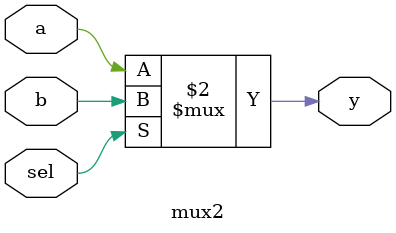
<source format=sv>
`timescale 1ns/1ps
module mux2(
    input logic a , b , sel,
    output logic y
);

always_comb begin
    y = sel ? b:a;
end

endmodule

// `default_nettype wire







</source>
